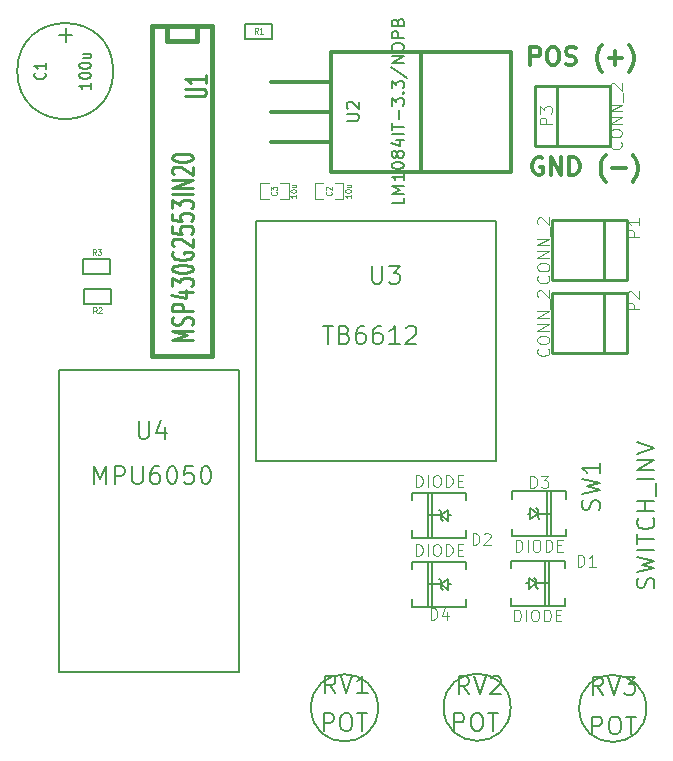
<source format=gto>
G04 (created by PCBNEW (2013-07-07 BZR 4022)-stable) date 10/18/2013 11:27:31 AM*
%MOIN*%
G04 Gerber Fmt 3.4, Leading zero omitted, Abs format*
%FSLAX34Y34*%
G01*
G70*
G90*
G04 APERTURE LIST*
%ADD10C,0.00590551*%
%ADD11C,0.011811*%
%ADD12C,0.012*%
%ADD13C,0.0047*%
%ADD14C,0.005*%
%ADD15C,0.01*%
%ADD16C,0.015*%
%ADD17C,0.008*%
%ADD18C,0.0045*%
%ADD19C,0.0035*%
%ADD20C,0.01125*%
G04 APERTURE END LIST*
G54D10*
G54D11*
X96205Y-37076D02*
X96149Y-37048D01*
X96065Y-37048D01*
X95980Y-37076D01*
X95924Y-37132D01*
X95896Y-37189D01*
X95868Y-37301D01*
X95868Y-37385D01*
X95896Y-37498D01*
X95924Y-37554D01*
X95980Y-37610D01*
X96065Y-37639D01*
X96121Y-37639D01*
X96205Y-37610D01*
X96233Y-37582D01*
X96233Y-37385D01*
X96121Y-37385D01*
X96487Y-37639D02*
X96487Y-37048D01*
X96824Y-37639D01*
X96824Y-37048D01*
X97105Y-37639D02*
X97105Y-37048D01*
X97246Y-37048D01*
X97330Y-37076D01*
X97386Y-37132D01*
X97415Y-37189D01*
X97443Y-37301D01*
X97443Y-37385D01*
X97415Y-37498D01*
X97386Y-37554D01*
X97330Y-37610D01*
X97246Y-37639D01*
X97105Y-37639D01*
X98314Y-37864D02*
X98286Y-37835D01*
X98230Y-37751D01*
X98202Y-37695D01*
X98174Y-37610D01*
X98146Y-37470D01*
X98146Y-37357D01*
X98174Y-37217D01*
X98202Y-37132D01*
X98230Y-37076D01*
X98286Y-36992D01*
X98314Y-36964D01*
X98539Y-37414D02*
X98989Y-37414D01*
X99214Y-37864D02*
X99242Y-37835D01*
X99299Y-37751D01*
X99327Y-37695D01*
X99355Y-37610D01*
X99383Y-37470D01*
X99383Y-37357D01*
X99355Y-37217D01*
X99327Y-37132D01*
X99299Y-37076D01*
X99242Y-36992D01*
X99214Y-36964D01*
X95800Y-33969D02*
X95800Y-33378D01*
X96025Y-33378D01*
X96081Y-33406D01*
X96109Y-33434D01*
X96137Y-33490D01*
X96137Y-33575D01*
X96109Y-33631D01*
X96081Y-33659D01*
X96025Y-33687D01*
X95800Y-33687D01*
X96503Y-33378D02*
X96616Y-33378D01*
X96672Y-33406D01*
X96728Y-33462D01*
X96756Y-33575D01*
X96756Y-33772D01*
X96728Y-33884D01*
X96672Y-33940D01*
X96616Y-33969D01*
X96503Y-33969D01*
X96447Y-33940D01*
X96391Y-33884D01*
X96362Y-33772D01*
X96362Y-33575D01*
X96391Y-33462D01*
X96447Y-33406D01*
X96503Y-33378D01*
X96981Y-33940D02*
X97065Y-33969D01*
X97206Y-33969D01*
X97262Y-33940D01*
X97290Y-33912D01*
X97319Y-33856D01*
X97319Y-33800D01*
X97290Y-33744D01*
X97262Y-33715D01*
X97206Y-33687D01*
X97094Y-33659D01*
X97037Y-33631D01*
X97009Y-33603D01*
X96981Y-33547D01*
X96981Y-33490D01*
X97009Y-33434D01*
X97037Y-33406D01*
X97094Y-33378D01*
X97234Y-33378D01*
X97319Y-33406D01*
X98190Y-34194D02*
X98162Y-34165D01*
X98106Y-34081D01*
X98078Y-34025D01*
X98050Y-33940D01*
X98022Y-33800D01*
X98022Y-33687D01*
X98050Y-33547D01*
X98078Y-33462D01*
X98106Y-33406D01*
X98162Y-33322D01*
X98190Y-33294D01*
X98415Y-33744D02*
X98865Y-33744D01*
X98640Y-33969D02*
X98640Y-33519D01*
X99090Y-34194D02*
X99118Y-34165D01*
X99175Y-34081D01*
X99203Y-34025D01*
X99231Y-33940D01*
X99259Y-33800D01*
X99259Y-33687D01*
X99231Y-33547D01*
X99203Y-33462D01*
X99175Y-33406D01*
X99118Y-33322D01*
X99090Y-33294D01*
G54D10*
X94675Y-47175D02*
X86675Y-47175D01*
X94675Y-39175D02*
X94675Y-47175D01*
X86675Y-39175D02*
X86675Y-47175D01*
X86675Y-39175D02*
X94675Y-39175D01*
X80100Y-44150D02*
X86100Y-44150D01*
X86100Y-44150D02*
X86100Y-54200D01*
X86100Y-54200D02*
X80100Y-54200D01*
X80100Y-54200D02*
X80100Y-44150D01*
G54D12*
X87175Y-34525D02*
X89175Y-34525D01*
X87175Y-35525D02*
X89175Y-35525D01*
X87175Y-36525D02*
X89175Y-36525D01*
X89175Y-37525D02*
X95175Y-37525D01*
X95175Y-37525D02*
X95175Y-33525D01*
X95175Y-33525D02*
X89175Y-33525D01*
X89175Y-33525D02*
X89175Y-37525D01*
X92175Y-37025D02*
X92175Y-33525D01*
X92175Y-37025D02*
X92175Y-37525D01*
G54D13*
X87078Y-37919D02*
X86803Y-37919D01*
X87472Y-37919D02*
X87747Y-37919D01*
X87078Y-38431D02*
X86803Y-38431D01*
X87747Y-38431D02*
X87472Y-38431D01*
X86803Y-38425D02*
X86803Y-37925D01*
X87747Y-37925D02*
X87747Y-38425D01*
X88903Y-37919D02*
X88628Y-37919D01*
X89297Y-37919D02*
X89572Y-37919D01*
X88903Y-38431D02*
X88628Y-38431D01*
X89572Y-38431D02*
X89297Y-38431D01*
X88628Y-38425D02*
X88628Y-37925D01*
X89572Y-37925D02*
X89572Y-38425D01*
G54D14*
X87200Y-33100D02*
X86300Y-33100D01*
X86300Y-33100D02*
X86300Y-32600D01*
X86300Y-32600D02*
X87200Y-32600D01*
X87200Y-32600D02*
X87200Y-33100D01*
X81825Y-41925D02*
X80925Y-41925D01*
X80925Y-41925D02*
X80925Y-41425D01*
X80925Y-41425D02*
X81825Y-41425D01*
X81825Y-41425D02*
X81825Y-41925D01*
X81800Y-40925D02*
X80900Y-40925D01*
X80900Y-40925D02*
X80900Y-40425D01*
X80900Y-40425D02*
X81800Y-40425D01*
X81800Y-40425D02*
X81800Y-40925D01*
G54D10*
X99668Y-55420D02*
G75*
G03X99668Y-55420I-1118J0D01*
G74*
G01*
X95148Y-55380D02*
G75*
G03X95148Y-55380I-1118J0D01*
G74*
G01*
X90728Y-55400D02*
G75*
G03X90728Y-55400I-1118J0D01*
G74*
G01*
G54D15*
X98275Y-41150D02*
X98275Y-39150D01*
X96525Y-41150D02*
X96525Y-39150D01*
X99025Y-39150D02*
X99025Y-41150D01*
X99025Y-39150D02*
X96525Y-39150D01*
X99025Y-41150D02*
X96525Y-41150D01*
X98275Y-43575D02*
X98275Y-41575D01*
X96525Y-43575D02*
X96525Y-41575D01*
X99025Y-41575D02*
X99025Y-43575D01*
X99025Y-41575D02*
X96525Y-41575D01*
X99025Y-43575D02*
X96525Y-43575D01*
X96700Y-34680D02*
X96700Y-36680D01*
X98450Y-34680D02*
X98450Y-36680D01*
X95950Y-36680D02*
X95950Y-34680D01*
X95950Y-36680D02*
X98450Y-36680D01*
X95950Y-34680D02*
X98450Y-34680D01*
G54D14*
X93070Y-48980D02*
X93150Y-48980D01*
X93670Y-49730D02*
X91870Y-49730D01*
X91870Y-49730D02*
X91870Y-49480D01*
X92510Y-48230D02*
X92510Y-49730D01*
X92380Y-48230D02*
X92380Y-49730D01*
X93670Y-48480D02*
X93670Y-48230D01*
X93670Y-48230D02*
X91870Y-48230D01*
X91870Y-48230D02*
X91870Y-48480D01*
X93670Y-49480D02*
X93670Y-49730D01*
X92820Y-48980D02*
X93070Y-49167D01*
X93070Y-49167D02*
X93070Y-48980D01*
X93070Y-48980D02*
X93070Y-48793D01*
X93070Y-48793D02*
X92820Y-48980D01*
X92820Y-48980D02*
X92820Y-49105D01*
X92820Y-49105D02*
X92882Y-49167D01*
X92820Y-48980D02*
X92820Y-48855D01*
X92820Y-48855D02*
X92758Y-48793D01*
X92820Y-48980D02*
X92383Y-48980D01*
X95745Y-51255D02*
X95665Y-51255D01*
X95145Y-50505D02*
X96945Y-50505D01*
X96945Y-50505D02*
X96945Y-50755D01*
X96305Y-52005D02*
X96305Y-50505D01*
X96435Y-52005D02*
X96435Y-50505D01*
X95145Y-51755D02*
X95145Y-52005D01*
X95145Y-52005D02*
X96945Y-52005D01*
X96945Y-52005D02*
X96945Y-51755D01*
X95145Y-50755D02*
X95145Y-50505D01*
X95995Y-51255D02*
X95745Y-51068D01*
X95745Y-51068D02*
X95745Y-51255D01*
X95745Y-51255D02*
X95745Y-51442D01*
X95745Y-51442D02*
X95995Y-51255D01*
X95995Y-51255D02*
X95995Y-51130D01*
X95995Y-51130D02*
X95933Y-51068D01*
X95995Y-51255D02*
X95995Y-51380D01*
X95995Y-51380D02*
X96057Y-51442D01*
X95995Y-51255D02*
X96432Y-51255D01*
X93070Y-51280D02*
X93150Y-51280D01*
X93670Y-52030D02*
X91870Y-52030D01*
X91870Y-52030D02*
X91870Y-51780D01*
X92510Y-50530D02*
X92510Y-52030D01*
X92380Y-50530D02*
X92380Y-52030D01*
X93670Y-50780D02*
X93670Y-50530D01*
X93670Y-50530D02*
X91870Y-50530D01*
X91870Y-50530D02*
X91870Y-50780D01*
X93670Y-51780D02*
X93670Y-52030D01*
X92820Y-51280D02*
X93070Y-51467D01*
X93070Y-51467D02*
X93070Y-51280D01*
X93070Y-51280D02*
X93070Y-51093D01*
X93070Y-51093D02*
X92820Y-51280D01*
X92820Y-51280D02*
X92820Y-51405D01*
X92820Y-51405D02*
X92882Y-51467D01*
X92820Y-51280D02*
X92820Y-51155D01*
X92820Y-51155D02*
X92758Y-51093D01*
X92820Y-51280D02*
X92383Y-51280D01*
X95795Y-48930D02*
X95715Y-48930D01*
X95195Y-48180D02*
X96995Y-48180D01*
X96995Y-48180D02*
X96995Y-48430D01*
X96355Y-49680D02*
X96355Y-48180D01*
X96485Y-49680D02*
X96485Y-48180D01*
X95195Y-49430D02*
X95195Y-49680D01*
X95195Y-49680D02*
X96995Y-49680D01*
X96995Y-49680D02*
X96995Y-49430D01*
X95195Y-48430D02*
X95195Y-48180D01*
X96045Y-48930D02*
X95795Y-48743D01*
X95795Y-48743D02*
X95795Y-48930D01*
X95795Y-48930D02*
X95795Y-49117D01*
X95795Y-49117D02*
X96045Y-48930D01*
X96045Y-48930D02*
X96045Y-48805D01*
X96045Y-48805D02*
X95983Y-48743D01*
X96045Y-48930D02*
X96045Y-49055D01*
X96045Y-49055D02*
X96107Y-49117D01*
X96045Y-48930D02*
X96482Y-48930D01*
G54D16*
X84700Y-32675D02*
X84700Y-33175D01*
X84700Y-33175D02*
X83700Y-33175D01*
X83700Y-33175D02*
X83700Y-32675D01*
X85200Y-32675D02*
X85200Y-43675D01*
X85200Y-43675D02*
X83200Y-43675D01*
X83200Y-43675D02*
X83200Y-32675D01*
X83200Y-32675D02*
X85200Y-32675D01*
G54D17*
X81900Y-34175D02*
G75*
G03X81900Y-34175I-1600J0D01*
G74*
G01*
G54D10*
X98080Y-48807D02*
X98109Y-48723D01*
X98109Y-48582D01*
X98080Y-48526D01*
X98052Y-48498D01*
X97996Y-48469D01*
X97940Y-48469D01*
X97884Y-48498D01*
X97855Y-48526D01*
X97827Y-48582D01*
X97799Y-48694D01*
X97771Y-48751D01*
X97743Y-48779D01*
X97687Y-48807D01*
X97630Y-48807D01*
X97574Y-48779D01*
X97546Y-48751D01*
X97518Y-48694D01*
X97518Y-48554D01*
X97546Y-48469D01*
X97518Y-48273D02*
X98109Y-48132D01*
X97687Y-48020D01*
X98109Y-47907D01*
X97518Y-47766D01*
X98109Y-47232D02*
X98109Y-47570D01*
X98109Y-47401D02*
X97518Y-47401D01*
X97602Y-47457D01*
X97659Y-47513D01*
X97687Y-47570D01*
X99910Y-51414D02*
X99939Y-51330D01*
X99939Y-51189D01*
X99910Y-51133D01*
X99882Y-51105D01*
X99826Y-51076D01*
X99770Y-51076D01*
X99714Y-51105D01*
X99685Y-51133D01*
X99657Y-51189D01*
X99629Y-51301D01*
X99601Y-51358D01*
X99573Y-51386D01*
X99517Y-51414D01*
X99460Y-51414D01*
X99404Y-51386D01*
X99376Y-51358D01*
X99348Y-51301D01*
X99348Y-51161D01*
X99376Y-51076D01*
X99348Y-50880D02*
X99939Y-50739D01*
X99517Y-50626D01*
X99939Y-50514D01*
X99348Y-50373D01*
X99939Y-50148D02*
X99348Y-50148D01*
X99348Y-49952D02*
X99348Y-49614D01*
X99939Y-49783D02*
X99348Y-49783D01*
X99882Y-49080D02*
X99910Y-49108D01*
X99939Y-49192D01*
X99939Y-49249D01*
X99910Y-49333D01*
X99854Y-49389D01*
X99798Y-49417D01*
X99685Y-49445D01*
X99601Y-49445D01*
X99489Y-49417D01*
X99432Y-49389D01*
X99376Y-49333D01*
X99348Y-49249D01*
X99348Y-49192D01*
X99376Y-49108D01*
X99404Y-49080D01*
X99939Y-48827D02*
X99348Y-48827D01*
X99629Y-48827D02*
X99629Y-48489D01*
X99939Y-48489D02*
X99348Y-48489D01*
X99995Y-48349D02*
X99995Y-47899D01*
X99939Y-47758D02*
X99348Y-47758D01*
X99939Y-47477D02*
X99348Y-47477D01*
X99939Y-47139D01*
X99348Y-47139D01*
X99348Y-46943D02*
X99939Y-46746D01*
X99348Y-46549D01*
X90525Y-40673D02*
X90525Y-41151D01*
X90553Y-41207D01*
X90581Y-41235D01*
X90637Y-41264D01*
X90750Y-41264D01*
X90806Y-41235D01*
X90834Y-41207D01*
X90862Y-41151D01*
X90862Y-40673D01*
X91087Y-40673D02*
X91453Y-40673D01*
X91256Y-40898D01*
X91340Y-40898D01*
X91396Y-40926D01*
X91424Y-40954D01*
X91453Y-41010D01*
X91453Y-41151D01*
X91424Y-41207D01*
X91396Y-41235D01*
X91340Y-41264D01*
X91171Y-41264D01*
X91115Y-41235D01*
X91087Y-41207D01*
X88886Y-42673D02*
X89223Y-42673D01*
X89054Y-43264D02*
X89054Y-42673D01*
X89617Y-42954D02*
X89701Y-42982D01*
X89729Y-43010D01*
X89757Y-43067D01*
X89757Y-43151D01*
X89729Y-43207D01*
X89701Y-43235D01*
X89645Y-43264D01*
X89420Y-43264D01*
X89420Y-42673D01*
X89617Y-42673D01*
X89673Y-42701D01*
X89701Y-42729D01*
X89729Y-42785D01*
X89729Y-42842D01*
X89701Y-42898D01*
X89673Y-42926D01*
X89617Y-42954D01*
X89420Y-42954D01*
X90264Y-42673D02*
X90151Y-42673D01*
X90095Y-42701D01*
X90067Y-42729D01*
X90010Y-42814D01*
X89982Y-42926D01*
X89982Y-43151D01*
X90010Y-43207D01*
X90039Y-43235D01*
X90095Y-43264D01*
X90207Y-43264D01*
X90264Y-43235D01*
X90292Y-43207D01*
X90320Y-43151D01*
X90320Y-43010D01*
X90292Y-42954D01*
X90264Y-42926D01*
X90207Y-42898D01*
X90095Y-42898D01*
X90039Y-42926D01*
X90010Y-42954D01*
X89982Y-43010D01*
X90826Y-42673D02*
X90714Y-42673D01*
X90657Y-42701D01*
X90629Y-42729D01*
X90573Y-42814D01*
X90545Y-42926D01*
X90545Y-43151D01*
X90573Y-43207D01*
X90601Y-43235D01*
X90657Y-43264D01*
X90770Y-43264D01*
X90826Y-43235D01*
X90854Y-43207D01*
X90882Y-43151D01*
X90882Y-43010D01*
X90854Y-42954D01*
X90826Y-42926D01*
X90770Y-42898D01*
X90657Y-42898D01*
X90601Y-42926D01*
X90573Y-42954D01*
X90545Y-43010D01*
X91445Y-43264D02*
X91107Y-43264D01*
X91276Y-43264D02*
X91276Y-42673D01*
X91220Y-42757D01*
X91163Y-42814D01*
X91107Y-42842D01*
X91670Y-42729D02*
X91698Y-42701D01*
X91754Y-42673D01*
X91895Y-42673D01*
X91951Y-42701D01*
X91979Y-42729D01*
X92007Y-42785D01*
X92007Y-42842D01*
X91979Y-42926D01*
X91642Y-43264D01*
X92007Y-43264D01*
X82750Y-45848D02*
X82750Y-46326D01*
X82778Y-46382D01*
X82806Y-46410D01*
X82862Y-46439D01*
X82975Y-46439D01*
X83031Y-46410D01*
X83059Y-46382D01*
X83087Y-46326D01*
X83087Y-45848D01*
X83621Y-46045D02*
X83621Y-46439D01*
X83481Y-45820D02*
X83340Y-46242D01*
X83706Y-46242D01*
X81273Y-47939D02*
X81273Y-47348D01*
X81470Y-47770D01*
X81667Y-47348D01*
X81667Y-47939D01*
X81948Y-47939D02*
X81948Y-47348D01*
X82173Y-47348D01*
X82229Y-47376D01*
X82257Y-47404D01*
X82286Y-47460D01*
X82286Y-47545D01*
X82257Y-47601D01*
X82229Y-47629D01*
X82173Y-47657D01*
X81948Y-47657D01*
X82539Y-47348D02*
X82539Y-47826D01*
X82567Y-47882D01*
X82595Y-47910D01*
X82651Y-47939D01*
X82764Y-47939D01*
X82820Y-47910D01*
X82848Y-47882D01*
X82876Y-47826D01*
X82876Y-47348D01*
X83410Y-47348D02*
X83298Y-47348D01*
X83242Y-47376D01*
X83214Y-47404D01*
X83157Y-47489D01*
X83129Y-47601D01*
X83129Y-47826D01*
X83157Y-47882D01*
X83185Y-47910D01*
X83242Y-47939D01*
X83354Y-47939D01*
X83410Y-47910D01*
X83439Y-47882D01*
X83467Y-47826D01*
X83467Y-47685D01*
X83439Y-47629D01*
X83410Y-47601D01*
X83354Y-47573D01*
X83242Y-47573D01*
X83185Y-47601D01*
X83157Y-47629D01*
X83129Y-47685D01*
X83832Y-47348D02*
X83888Y-47348D01*
X83945Y-47376D01*
X83973Y-47404D01*
X84001Y-47460D01*
X84029Y-47573D01*
X84029Y-47714D01*
X84001Y-47826D01*
X83973Y-47882D01*
X83945Y-47910D01*
X83888Y-47939D01*
X83832Y-47939D01*
X83776Y-47910D01*
X83748Y-47882D01*
X83720Y-47826D01*
X83692Y-47714D01*
X83692Y-47573D01*
X83720Y-47460D01*
X83748Y-47404D01*
X83776Y-47376D01*
X83832Y-47348D01*
X84563Y-47348D02*
X84282Y-47348D01*
X84254Y-47629D01*
X84282Y-47601D01*
X84338Y-47573D01*
X84479Y-47573D01*
X84535Y-47601D01*
X84563Y-47629D01*
X84592Y-47685D01*
X84592Y-47826D01*
X84563Y-47882D01*
X84535Y-47910D01*
X84479Y-47939D01*
X84338Y-47939D01*
X84282Y-47910D01*
X84254Y-47882D01*
X84957Y-47348D02*
X85013Y-47348D01*
X85070Y-47376D01*
X85098Y-47404D01*
X85126Y-47460D01*
X85154Y-47573D01*
X85154Y-47714D01*
X85126Y-47826D01*
X85098Y-47882D01*
X85070Y-47910D01*
X85013Y-47939D01*
X84957Y-47939D01*
X84901Y-47910D01*
X84873Y-47882D01*
X84845Y-47826D01*
X84816Y-47714D01*
X84816Y-47573D01*
X84845Y-47460D01*
X84873Y-47404D01*
X84901Y-47376D01*
X84957Y-47348D01*
G54D17*
X89686Y-35829D02*
X90010Y-35829D01*
X90048Y-35810D01*
X90067Y-35791D01*
X90086Y-35753D01*
X90086Y-35677D01*
X90067Y-35639D01*
X90048Y-35620D01*
X90010Y-35601D01*
X89686Y-35601D01*
X89725Y-35429D02*
X89705Y-35410D01*
X89686Y-35372D01*
X89686Y-35277D01*
X89705Y-35239D01*
X89725Y-35220D01*
X89763Y-35201D01*
X89801Y-35201D01*
X89858Y-35220D01*
X90086Y-35448D01*
X90086Y-35201D01*
X91586Y-38391D02*
X91586Y-38582D01*
X91186Y-38582D01*
X91586Y-38258D02*
X91186Y-38258D01*
X91472Y-38125D01*
X91186Y-37991D01*
X91586Y-37991D01*
X91586Y-37591D02*
X91586Y-37820D01*
X91586Y-37705D02*
X91186Y-37705D01*
X91244Y-37744D01*
X91282Y-37782D01*
X91301Y-37820D01*
X91186Y-37344D02*
X91186Y-37305D01*
X91205Y-37267D01*
X91225Y-37248D01*
X91263Y-37229D01*
X91339Y-37210D01*
X91434Y-37210D01*
X91510Y-37229D01*
X91548Y-37248D01*
X91567Y-37267D01*
X91586Y-37305D01*
X91586Y-37344D01*
X91567Y-37382D01*
X91548Y-37401D01*
X91510Y-37420D01*
X91434Y-37439D01*
X91339Y-37439D01*
X91263Y-37420D01*
X91225Y-37401D01*
X91205Y-37382D01*
X91186Y-37344D01*
X91358Y-36982D02*
X91339Y-37020D01*
X91320Y-37039D01*
X91282Y-37058D01*
X91263Y-37058D01*
X91225Y-37039D01*
X91205Y-37020D01*
X91186Y-36982D01*
X91186Y-36905D01*
X91205Y-36867D01*
X91225Y-36848D01*
X91263Y-36829D01*
X91282Y-36829D01*
X91320Y-36848D01*
X91339Y-36867D01*
X91358Y-36905D01*
X91358Y-36982D01*
X91377Y-37020D01*
X91396Y-37039D01*
X91434Y-37058D01*
X91510Y-37058D01*
X91548Y-37039D01*
X91567Y-37020D01*
X91586Y-36982D01*
X91586Y-36905D01*
X91567Y-36867D01*
X91548Y-36848D01*
X91510Y-36829D01*
X91434Y-36829D01*
X91396Y-36848D01*
X91377Y-36867D01*
X91358Y-36905D01*
X91320Y-36486D02*
X91586Y-36486D01*
X91167Y-36582D02*
X91453Y-36677D01*
X91453Y-36429D01*
X91586Y-36277D02*
X91186Y-36277D01*
X91186Y-36144D02*
X91186Y-35915D01*
X91586Y-36029D02*
X91186Y-36029D01*
X91434Y-35782D02*
X91434Y-35477D01*
X91186Y-35325D02*
X91186Y-35077D01*
X91339Y-35210D01*
X91339Y-35153D01*
X91358Y-35115D01*
X91377Y-35096D01*
X91415Y-35077D01*
X91510Y-35077D01*
X91548Y-35096D01*
X91567Y-35115D01*
X91586Y-35153D01*
X91586Y-35267D01*
X91567Y-35305D01*
X91548Y-35325D01*
X91548Y-34905D02*
X91567Y-34886D01*
X91586Y-34905D01*
X91567Y-34925D01*
X91548Y-34905D01*
X91586Y-34905D01*
X91186Y-34753D02*
X91186Y-34505D01*
X91339Y-34639D01*
X91339Y-34582D01*
X91358Y-34544D01*
X91377Y-34525D01*
X91415Y-34505D01*
X91510Y-34505D01*
X91548Y-34525D01*
X91567Y-34544D01*
X91586Y-34582D01*
X91586Y-34696D01*
X91567Y-34734D01*
X91548Y-34753D01*
X91167Y-34048D02*
X91682Y-34391D01*
X91586Y-33915D02*
X91186Y-33915D01*
X91586Y-33686D01*
X91186Y-33686D01*
X91186Y-33420D02*
X91186Y-33344D01*
X91205Y-33305D01*
X91244Y-33267D01*
X91320Y-33248D01*
X91453Y-33248D01*
X91529Y-33267D01*
X91567Y-33305D01*
X91586Y-33344D01*
X91586Y-33420D01*
X91567Y-33458D01*
X91529Y-33496D01*
X91453Y-33515D01*
X91320Y-33515D01*
X91244Y-33496D01*
X91205Y-33458D01*
X91186Y-33420D01*
X91586Y-33077D02*
X91186Y-33077D01*
X91186Y-32925D01*
X91205Y-32886D01*
X91225Y-32867D01*
X91263Y-32848D01*
X91320Y-32848D01*
X91358Y-32867D01*
X91377Y-32886D01*
X91396Y-32925D01*
X91396Y-33077D01*
X91377Y-32544D02*
X91396Y-32486D01*
X91415Y-32467D01*
X91453Y-32448D01*
X91510Y-32448D01*
X91548Y-32467D01*
X91567Y-32486D01*
X91586Y-32525D01*
X91586Y-32677D01*
X91186Y-32677D01*
X91186Y-32544D01*
X91205Y-32505D01*
X91225Y-32486D01*
X91263Y-32467D01*
X91301Y-32467D01*
X91339Y-32486D01*
X91358Y-32505D01*
X91377Y-32544D01*
X91377Y-32677D01*
G54D18*
X87336Y-38205D02*
X87346Y-38213D01*
X87355Y-38239D01*
X87355Y-38256D01*
X87346Y-38282D01*
X87327Y-38299D01*
X87308Y-38307D01*
X87270Y-38316D01*
X87241Y-38316D01*
X87203Y-38307D01*
X87184Y-38299D01*
X87165Y-38282D01*
X87155Y-38256D01*
X87155Y-38239D01*
X87165Y-38213D01*
X87175Y-38205D01*
X87155Y-38145D02*
X87155Y-38033D01*
X87232Y-38093D01*
X87232Y-38067D01*
X87241Y-38050D01*
X87251Y-38042D01*
X87270Y-38033D01*
X87317Y-38033D01*
X87336Y-38042D01*
X87346Y-38050D01*
X87355Y-38067D01*
X87355Y-38119D01*
X87346Y-38136D01*
X87336Y-38145D01*
X88005Y-38290D02*
X88005Y-38393D01*
X88005Y-38342D02*
X87805Y-38342D01*
X87834Y-38359D01*
X87853Y-38376D01*
X87863Y-38393D01*
X87805Y-38179D02*
X87805Y-38162D01*
X87815Y-38144D01*
X87825Y-38136D01*
X87844Y-38127D01*
X87882Y-38119D01*
X87929Y-38119D01*
X87967Y-38127D01*
X87986Y-38136D01*
X87996Y-38144D01*
X88005Y-38162D01*
X88005Y-38179D01*
X87996Y-38196D01*
X87986Y-38204D01*
X87967Y-38213D01*
X87929Y-38222D01*
X87882Y-38222D01*
X87844Y-38213D01*
X87825Y-38204D01*
X87815Y-38196D01*
X87805Y-38179D01*
X87872Y-37964D02*
X88005Y-37964D01*
X87872Y-38042D02*
X87977Y-38042D01*
X87996Y-38033D01*
X88005Y-38016D01*
X88005Y-37990D01*
X87996Y-37973D01*
X87986Y-37964D01*
X89161Y-38205D02*
X89171Y-38213D01*
X89180Y-38239D01*
X89180Y-38256D01*
X89171Y-38282D01*
X89152Y-38299D01*
X89133Y-38307D01*
X89095Y-38316D01*
X89066Y-38316D01*
X89028Y-38307D01*
X89009Y-38299D01*
X88990Y-38282D01*
X88980Y-38256D01*
X88980Y-38239D01*
X88990Y-38213D01*
X89000Y-38205D01*
X89000Y-38136D02*
X88990Y-38127D01*
X88980Y-38110D01*
X88980Y-38067D01*
X88990Y-38050D01*
X89000Y-38042D01*
X89019Y-38033D01*
X89038Y-38033D01*
X89066Y-38042D01*
X89180Y-38145D01*
X89180Y-38033D01*
X89830Y-38290D02*
X89830Y-38393D01*
X89830Y-38342D02*
X89630Y-38342D01*
X89659Y-38359D01*
X89678Y-38376D01*
X89688Y-38393D01*
X89630Y-38179D02*
X89630Y-38162D01*
X89640Y-38144D01*
X89650Y-38136D01*
X89669Y-38127D01*
X89707Y-38119D01*
X89754Y-38119D01*
X89792Y-38127D01*
X89811Y-38136D01*
X89821Y-38144D01*
X89830Y-38162D01*
X89830Y-38179D01*
X89821Y-38196D01*
X89811Y-38204D01*
X89792Y-38213D01*
X89754Y-38222D01*
X89707Y-38222D01*
X89669Y-38213D01*
X89650Y-38204D01*
X89640Y-38196D01*
X89630Y-38179D01*
X89697Y-37964D02*
X89830Y-37964D01*
X89697Y-38042D02*
X89802Y-38042D01*
X89821Y-38033D01*
X89830Y-38016D01*
X89830Y-37990D01*
X89821Y-37973D01*
X89811Y-37964D01*
X86720Y-32930D02*
X86660Y-32835D01*
X86617Y-32930D02*
X86617Y-32730D01*
X86685Y-32730D01*
X86702Y-32740D01*
X86711Y-32750D01*
X86720Y-32769D01*
X86720Y-32797D01*
X86711Y-32816D01*
X86702Y-32826D01*
X86685Y-32835D01*
X86617Y-32835D01*
X86891Y-32930D02*
X86788Y-32930D01*
X86840Y-32930D02*
X86840Y-32730D01*
X86822Y-32759D01*
X86805Y-32778D01*
X86788Y-32788D01*
X81345Y-42255D02*
X81285Y-42160D01*
X81242Y-42255D02*
X81242Y-42055D01*
X81310Y-42055D01*
X81327Y-42065D01*
X81336Y-42075D01*
X81345Y-42094D01*
X81345Y-42122D01*
X81336Y-42141D01*
X81327Y-42151D01*
X81310Y-42160D01*
X81242Y-42160D01*
X81413Y-42075D02*
X81422Y-42065D01*
X81439Y-42055D01*
X81482Y-42055D01*
X81499Y-42065D01*
X81507Y-42075D01*
X81516Y-42094D01*
X81516Y-42113D01*
X81507Y-42141D01*
X81405Y-42255D01*
X81516Y-42255D01*
X81320Y-40305D02*
X81260Y-40210D01*
X81217Y-40305D02*
X81217Y-40105D01*
X81285Y-40105D01*
X81302Y-40115D01*
X81311Y-40125D01*
X81320Y-40144D01*
X81320Y-40172D01*
X81311Y-40191D01*
X81302Y-40201D01*
X81285Y-40210D01*
X81217Y-40210D01*
X81380Y-40105D02*
X81491Y-40105D01*
X81431Y-40182D01*
X81457Y-40182D01*
X81474Y-40191D01*
X81482Y-40201D01*
X81491Y-40220D01*
X81491Y-40267D01*
X81482Y-40286D01*
X81474Y-40296D01*
X81457Y-40305D01*
X81405Y-40305D01*
X81388Y-40296D01*
X81380Y-40286D01*
G54D10*
X98223Y-54959D02*
X98026Y-54677D01*
X97886Y-54959D02*
X97886Y-54368D01*
X98110Y-54368D01*
X98167Y-54396D01*
X98195Y-54424D01*
X98223Y-54480D01*
X98223Y-54565D01*
X98195Y-54621D01*
X98167Y-54649D01*
X98110Y-54677D01*
X97886Y-54677D01*
X98392Y-54368D02*
X98589Y-54959D01*
X98785Y-54368D01*
X98926Y-54368D02*
X99292Y-54368D01*
X99095Y-54593D01*
X99179Y-54593D01*
X99235Y-54621D01*
X99263Y-54649D01*
X99292Y-54705D01*
X99292Y-54846D01*
X99263Y-54902D01*
X99235Y-54930D01*
X99179Y-54959D01*
X99010Y-54959D01*
X98954Y-54930D01*
X98926Y-54902D01*
X97861Y-56284D02*
X97861Y-55693D01*
X98085Y-55693D01*
X98142Y-55721D01*
X98170Y-55749D01*
X98198Y-55805D01*
X98198Y-55890D01*
X98170Y-55946D01*
X98142Y-55974D01*
X98085Y-56002D01*
X97861Y-56002D01*
X98564Y-55693D02*
X98676Y-55693D01*
X98732Y-55721D01*
X98789Y-55777D01*
X98817Y-55890D01*
X98817Y-56087D01*
X98789Y-56199D01*
X98732Y-56255D01*
X98676Y-56284D01*
X98564Y-56284D01*
X98507Y-56255D01*
X98451Y-56199D01*
X98423Y-56087D01*
X98423Y-55890D01*
X98451Y-55777D01*
X98507Y-55721D01*
X98564Y-55693D01*
X98985Y-55693D02*
X99323Y-55693D01*
X99154Y-56284D02*
X99154Y-55693D01*
X93753Y-54944D02*
X93556Y-54662D01*
X93416Y-54944D02*
X93416Y-54353D01*
X93640Y-54353D01*
X93697Y-54381D01*
X93725Y-54409D01*
X93753Y-54465D01*
X93753Y-54550D01*
X93725Y-54606D01*
X93697Y-54634D01*
X93640Y-54662D01*
X93416Y-54662D01*
X93922Y-54353D02*
X94119Y-54944D01*
X94315Y-54353D01*
X94484Y-54409D02*
X94512Y-54381D01*
X94569Y-54353D01*
X94709Y-54353D01*
X94765Y-54381D01*
X94793Y-54409D01*
X94822Y-54465D01*
X94822Y-54522D01*
X94793Y-54606D01*
X94456Y-54944D01*
X94822Y-54944D01*
X93266Y-56169D02*
X93266Y-55578D01*
X93490Y-55578D01*
X93547Y-55606D01*
X93575Y-55634D01*
X93603Y-55690D01*
X93603Y-55775D01*
X93575Y-55831D01*
X93547Y-55859D01*
X93490Y-55887D01*
X93266Y-55887D01*
X93969Y-55578D02*
X94081Y-55578D01*
X94137Y-55606D01*
X94194Y-55662D01*
X94222Y-55775D01*
X94222Y-55972D01*
X94194Y-56084D01*
X94137Y-56140D01*
X94081Y-56169D01*
X93969Y-56169D01*
X93912Y-56140D01*
X93856Y-56084D01*
X93828Y-55972D01*
X93828Y-55775D01*
X93856Y-55662D01*
X93912Y-55606D01*
X93969Y-55578D01*
X94390Y-55578D02*
X94728Y-55578D01*
X94559Y-56169D02*
X94559Y-55578D01*
X89308Y-54914D02*
X89111Y-54632D01*
X88971Y-54914D02*
X88971Y-54323D01*
X89195Y-54323D01*
X89252Y-54351D01*
X89280Y-54379D01*
X89308Y-54435D01*
X89308Y-54520D01*
X89280Y-54576D01*
X89252Y-54604D01*
X89195Y-54632D01*
X88971Y-54632D01*
X89477Y-54323D02*
X89674Y-54914D01*
X89870Y-54323D01*
X90377Y-54914D02*
X90039Y-54914D01*
X90208Y-54914D02*
X90208Y-54323D01*
X90152Y-54407D01*
X90095Y-54464D01*
X90039Y-54492D01*
X88911Y-56174D02*
X88911Y-55583D01*
X89135Y-55583D01*
X89192Y-55611D01*
X89220Y-55639D01*
X89248Y-55695D01*
X89248Y-55780D01*
X89220Y-55836D01*
X89192Y-55864D01*
X89135Y-55892D01*
X88911Y-55892D01*
X89614Y-55583D02*
X89726Y-55583D01*
X89782Y-55611D01*
X89839Y-55667D01*
X89867Y-55780D01*
X89867Y-55977D01*
X89839Y-56089D01*
X89782Y-56145D01*
X89726Y-56174D01*
X89614Y-56174D01*
X89557Y-56145D01*
X89501Y-56089D01*
X89473Y-55977D01*
X89473Y-55780D01*
X89501Y-55667D01*
X89557Y-55611D01*
X89614Y-55583D01*
X90035Y-55583D02*
X90373Y-55583D01*
X90204Y-56174D02*
X90204Y-55583D01*
G54D19*
X99436Y-39695D02*
X99036Y-39695D01*
X99036Y-39542D01*
X99055Y-39504D01*
X99075Y-39485D01*
X99113Y-39466D01*
X99170Y-39466D01*
X99208Y-39485D01*
X99227Y-39504D01*
X99246Y-39542D01*
X99246Y-39695D01*
X99436Y-39085D02*
X99436Y-39314D01*
X99436Y-39199D02*
X99036Y-39199D01*
X99094Y-39238D01*
X99132Y-39276D01*
X99151Y-39314D01*
X96398Y-40997D02*
X96417Y-41016D01*
X96436Y-41073D01*
X96436Y-41111D01*
X96417Y-41169D01*
X96379Y-41207D01*
X96341Y-41226D01*
X96265Y-41245D01*
X96208Y-41245D01*
X96132Y-41226D01*
X96094Y-41207D01*
X96055Y-41169D01*
X96036Y-41111D01*
X96036Y-41073D01*
X96055Y-41016D01*
X96075Y-40997D01*
X96036Y-40749D02*
X96036Y-40673D01*
X96055Y-40635D01*
X96094Y-40597D01*
X96170Y-40578D01*
X96303Y-40578D01*
X96379Y-40597D01*
X96417Y-40635D01*
X96436Y-40673D01*
X96436Y-40749D01*
X96417Y-40788D01*
X96379Y-40826D01*
X96303Y-40845D01*
X96170Y-40845D01*
X96094Y-40826D01*
X96055Y-40788D01*
X96036Y-40749D01*
X96436Y-40407D02*
X96036Y-40407D01*
X96436Y-40178D01*
X96036Y-40178D01*
X96436Y-39988D02*
X96036Y-39988D01*
X96436Y-39759D01*
X96036Y-39759D01*
X96475Y-39664D02*
X96475Y-39359D01*
X96075Y-39283D02*
X96055Y-39264D01*
X96036Y-39226D01*
X96036Y-39130D01*
X96055Y-39092D01*
X96075Y-39073D01*
X96113Y-39054D01*
X96151Y-39054D01*
X96208Y-39073D01*
X96436Y-39302D01*
X96436Y-39054D01*
X99436Y-42120D02*
X99036Y-42120D01*
X99036Y-41967D01*
X99055Y-41929D01*
X99075Y-41910D01*
X99113Y-41891D01*
X99170Y-41891D01*
X99208Y-41910D01*
X99227Y-41929D01*
X99246Y-41967D01*
X99246Y-42120D01*
X99075Y-41739D02*
X99055Y-41720D01*
X99036Y-41682D01*
X99036Y-41586D01*
X99055Y-41548D01*
X99075Y-41529D01*
X99113Y-41510D01*
X99151Y-41510D01*
X99208Y-41529D01*
X99436Y-41758D01*
X99436Y-41510D01*
X96398Y-43422D02*
X96417Y-43441D01*
X96436Y-43498D01*
X96436Y-43536D01*
X96417Y-43594D01*
X96379Y-43632D01*
X96341Y-43651D01*
X96265Y-43670D01*
X96208Y-43670D01*
X96132Y-43651D01*
X96094Y-43632D01*
X96055Y-43594D01*
X96036Y-43536D01*
X96036Y-43498D01*
X96055Y-43441D01*
X96075Y-43422D01*
X96036Y-43174D02*
X96036Y-43098D01*
X96055Y-43060D01*
X96094Y-43022D01*
X96170Y-43003D01*
X96303Y-43003D01*
X96379Y-43022D01*
X96417Y-43060D01*
X96436Y-43098D01*
X96436Y-43174D01*
X96417Y-43213D01*
X96379Y-43251D01*
X96303Y-43270D01*
X96170Y-43270D01*
X96094Y-43251D01*
X96055Y-43213D01*
X96036Y-43174D01*
X96436Y-42832D02*
X96036Y-42832D01*
X96436Y-42603D01*
X96036Y-42603D01*
X96436Y-42413D02*
X96036Y-42413D01*
X96436Y-42184D01*
X96036Y-42184D01*
X96475Y-42089D02*
X96475Y-41784D01*
X96075Y-41708D02*
X96055Y-41689D01*
X96036Y-41651D01*
X96036Y-41555D01*
X96055Y-41517D01*
X96075Y-41498D01*
X96113Y-41479D01*
X96151Y-41479D01*
X96208Y-41498D01*
X96436Y-41727D01*
X96436Y-41479D01*
X96521Y-35955D02*
X96121Y-35955D01*
X96121Y-35802D01*
X96140Y-35764D01*
X96160Y-35745D01*
X96198Y-35726D01*
X96255Y-35726D01*
X96293Y-35745D01*
X96312Y-35764D01*
X96331Y-35802D01*
X96331Y-35955D01*
X96121Y-35593D02*
X96121Y-35345D01*
X96274Y-35479D01*
X96274Y-35421D01*
X96293Y-35383D01*
X96312Y-35364D01*
X96350Y-35345D01*
X96445Y-35345D01*
X96483Y-35364D01*
X96502Y-35383D01*
X96521Y-35421D01*
X96521Y-35536D01*
X96502Y-35574D01*
X96483Y-35593D01*
X98823Y-36527D02*
X98842Y-36546D01*
X98861Y-36603D01*
X98861Y-36641D01*
X98842Y-36699D01*
X98804Y-36737D01*
X98766Y-36756D01*
X98690Y-36775D01*
X98633Y-36775D01*
X98557Y-36756D01*
X98519Y-36737D01*
X98480Y-36699D01*
X98461Y-36641D01*
X98461Y-36603D01*
X98480Y-36546D01*
X98500Y-36527D01*
X98461Y-36279D02*
X98461Y-36203D01*
X98480Y-36165D01*
X98519Y-36127D01*
X98595Y-36108D01*
X98728Y-36108D01*
X98804Y-36127D01*
X98842Y-36165D01*
X98861Y-36203D01*
X98861Y-36279D01*
X98842Y-36318D01*
X98804Y-36356D01*
X98728Y-36375D01*
X98595Y-36375D01*
X98519Y-36356D01*
X98480Y-36318D01*
X98461Y-36279D01*
X98861Y-35937D02*
X98461Y-35937D01*
X98861Y-35708D01*
X98461Y-35708D01*
X98861Y-35518D02*
X98461Y-35518D01*
X98861Y-35289D01*
X98461Y-35289D01*
X98900Y-35194D02*
X98900Y-34889D01*
X98500Y-34813D02*
X98480Y-34794D01*
X98461Y-34756D01*
X98461Y-34660D01*
X98480Y-34622D01*
X98500Y-34603D01*
X98538Y-34584D01*
X98576Y-34584D01*
X98633Y-34603D01*
X98861Y-34832D01*
X98861Y-34584D01*
G54D13*
X93879Y-49964D02*
X93879Y-49570D01*
X93973Y-49570D01*
X94029Y-49589D01*
X94066Y-49626D01*
X94085Y-49664D01*
X94104Y-49739D01*
X94104Y-49795D01*
X94085Y-49870D01*
X94066Y-49908D01*
X94029Y-49945D01*
X93973Y-49964D01*
X93879Y-49964D01*
X94254Y-49608D02*
X94273Y-49589D01*
X94310Y-49570D01*
X94404Y-49570D01*
X94442Y-49589D01*
X94460Y-49608D01*
X94479Y-49645D01*
X94479Y-49683D01*
X94460Y-49739D01*
X94235Y-49964D01*
X94479Y-49964D01*
X91991Y-48037D02*
X91991Y-47643D01*
X92085Y-47643D01*
X92141Y-47662D01*
X92179Y-47699D01*
X92197Y-47737D01*
X92216Y-47812D01*
X92216Y-47868D01*
X92197Y-47943D01*
X92179Y-47981D01*
X92141Y-48018D01*
X92085Y-48037D01*
X91991Y-48037D01*
X92385Y-48037D02*
X92385Y-47643D01*
X92648Y-47643D02*
X92723Y-47643D01*
X92760Y-47662D01*
X92798Y-47699D01*
X92816Y-47774D01*
X92816Y-47906D01*
X92798Y-47981D01*
X92760Y-48018D01*
X92723Y-48037D01*
X92648Y-48037D01*
X92610Y-48018D01*
X92573Y-47981D01*
X92554Y-47906D01*
X92554Y-47774D01*
X92573Y-47699D01*
X92610Y-47662D01*
X92648Y-47643D01*
X92985Y-48037D02*
X92985Y-47643D01*
X93079Y-47643D01*
X93135Y-47662D01*
X93173Y-47699D01*
X93192Y-47737D01*
X93210Y-47812D01*
X93210Y-47868D01*
X93192Y-47943D01*
X93173Y-47981D01*
X93135Y-48018D01*
X93079Y-48037D01*
X92985Y-48037D01*
X93379Y-47831D02*
X93511Y-47831D01*
X93567Y-48037D02*
X93379Y-48037D01*
X93379Y-47643D01*
X93567Y-47643D01*
X97379Y-50689D02*
X97379Y-50295D01*
X97473Y-50295D01*
X97529Y-50314D01*
X97566Y-50351D01*
X97585Y-50389D01*
X97604Y-50464D01*
X97604Y-50520D01*
X97585Y-50595D01*
X97566Y-50633D01*
X97529Y-50670D01*
X97473Y-50689D01*
X97379Y-50689D01*
X97979Y-50689D02*
X97754Y-50689D01*
X97867Y-50689D02*
X97867Y-50295D01*
X97829Y-50351D01*
X97791Y-50389D01*
X97754Y-50408D01*
X95266Y-52516D02*
X95266Y-52122D01*
X95360Y-52122D01*
X95416Y-52141D01*
X95454Y-52178D01*
X95472Y-52216D01*
X95491Y-52291D01*
X95491Y-52347D01*
X95472Y-52422D01*
X95454Y-52460D01*
X95416Y-52497D01*
X95360Y-52516D01*
X95266Y-52516D01*
X95660Y-52516D02*
X95660Y-52122D01*
X95923Y-52122D02*
X95998Y-52122D01*
X96035Y-52141D01*
X96073Y-52178D01*
X96091Y-52253D01*
X96091Y-52385D01*
X96073Y-52460D01*
X96035Y-52497D01*
X95998Y-52516D01*
X95923Y-52516D01*
X95885Y-52497D01*
X95848Y-52460D01*
X95829Y-52385D01*
X95829Y-52253D01*
X95848Y-52178D01*
X95885Y-52141D01*
X95923Y-52122D01*
X96260Y-52516D02*
X96260Y-52122D01*
X96354Y-52122D01*
X96410Y-52141D01*
X96448Y-52178D01*
X96467Y-52216D01*
X96485Y-52291D01*
X96485Y-52347D01*
X96467Y-52422D01*
X96448Y-52460D01*
X96410Y-52497D01*
X96354Y-52516D01*
X96260Y-52516D01*
X96654Y-52310D02*
X96786Y-52310D01*
X96842Y-52516D02*
X96654Y-52516D01*
X96654Y-52122D01*
X96842Y-52122D01*
X92479Y-52463D02*
X92479Y-52069D01*
X92573Y-52069D01*
X92629Y-52088D01*
X92666Y-52125D01*
X92685Y-52163D01*
X92704Y-52238D01*
X92704Y-52294D01*
X92685Y-52369D01*
X92666Y-52407D01*
X92629Y-52444D01*
X92573Y-52463D01*
X92479Y-52463D01*
X93042Y-52200D02*
X93042Y-52463D01*
X92948Y-52050D02*
X92854Y-52332D01*
X93098Y-52332D01*
X91991Y-50337D02*
X91991Y-49943D01*
X92085Y-49943D01*
X92141Y-49962D01*
X92179Y-49999D01*
X92197Y-50037D01*
X92216Y-50112D01*
X92216Y-50168D01*
X92197Y-50243D01*
X92179Y-50281D01*
X92141Y-50318D01*
X92085Y-50337D01*
X91991Y-50337D01*
X92385Y-50337D02*
X92385Y-49943D01*
X92648Y-49943D02*
X92723Y-49943D01*
X92760Y-49962D01*
X92798Y-49999D01*
X92816Y-50074D01*
X92816Y-50206D01*
X92798Y-50281D01*
X92760Y-50318D01*
X92723Y-50337D01*
X92648Y-50337D01*
X92610Y-50318D01*
X92573Y-50281D01*
X92554Y-50206D01*
X92554Y-50074D01*
X92573Y-49999D01*
X92610Y-49962D01*
X92648Y-49943D01*
X92985Y-50337D02*
X92985Y-49943D01*
X93079Y-49943D01*
X93135Y-49962D01*
X93173Y-49999D01*
X93192Y-50037D01*
X93210Y-50112D01*
X93210Y-50168D01*
X93192Y-50243D01*
X93173Y-50281D01*
X93135Y-50318D01*
X93079Y-50337D01*
X92985Y-50337D01*
X93379Y-50131D02*
X93511Y-50131D01*
X93567Y-50337D02*
X93379Y-50337D01*
X93379Y-49943D01*
X93567Y-49943D01*
X95804Y-48065D02*
X95804Y-47671D01*
X95898Y-47671D01*
X95954Y-47690D01*
X95991Y-47727D01*
X96010Y-47765D01*
X96029Y-47840D01*
X96029Y-47896D01*
X96010Y-47971D01*
X95991Y-48009D01*
X95954Y-48046D01*
X95898Y-48065D01*
X95804Y-48065D01*
X96160Y-47671D02*
X96404Y-47671D01*
X96273Y-47821D01*
X96329Y-47821D01*
X96367Y-47840D01*
X96385Y-47859D01*
X96404Y-47896D01*
X96404Y-47990D01*
X96385Y-48027D01*
X96367Y-48046D01*
X96329Y-48065D01*
X96216Y-48065D01*
X96179Y-48046D01*
X96160Y-48027D01*
X95316Y-50191D02*
X95316Y-49797D01*
X95410Y-49797D01*
X95466Y-49816D01*
X95504Y-49853D01*
X95522Y-49891D01*
X95541Y-49966D01*
X95541Y-50022D01*
X95522Y-50097D01*
X95504Y-50135D01*
X95466Y-50172D01*
X95410Y-50191D01*
X95316Y-50191D01*
X95710Y-50191D02*
X95710Y-49797D01*
X95973Y-49797D02*
X96048Y-49797D01*
X96085Y-49816D01*
X96123Y-49853D01*
X96141Y-49928D01*
X96141Y-50060D01*
X96123Y-50135D01*
X96085Y-50172D01*
X96048Y-50191D01*
X95973Y-50191D01*
X95935Y-50172D01*
X95898Y-50135D01*
X95879Y-50060D01*
X95879Y-49928D01*
X95898Y-49853D01*
X95935Y-49816D01*
X95973Y-49797D01*
X96310Y-50191D02*
X96310Y-49797D01*
X96404Y-49797D01*
X96460Y-49816D01*
X96498Y-49853D01*
X96517Y-49891D01*
X96535Y-49966D01*
X96535Y-50022D01*
X96517Y-50097D01*
X96498Y-50135D01*
X96460Y-50172D01*
X96404Y-50191D01*
X96310Y-50191D01*
X96704Y-49985D02*
X96836Y-49985D01*
X96892Y-50191D02*
X96704Y-50191D01*
X96704Y-49797D01*
X96892Y-49797D01*
G54D20*
X84283Y-35017D02*
X84850Y-35017D01*
X84916Y-34996D01*
X84950Y-34975D01*
X84983Y-34932D01*
X84983Y-34846D01*
X84950Y-34803D01*
X84916Y-34782D01*
X84850Y-34760D01*
X84283Y-34760D01*
X84983Y-34310D02*
X84983Y-34567D01*
X84983Y-34439D02*
X84283Y-34439D01*
X84383Y-34482D01*
X84450Y-34525D01*
X84483Y-34567D01*
G54D12*
G54D20*
X84563Y-43125D02*
X83863Y-43125D01*
X84363Y-42975D01*
X83863Y-42825D01*
X84563Y-42825D01*
X84530Y-42632D02*
X84563Y-42568D01*
X84563Y-42461D01*
X84530Y-42418D01*
X84496Y-42397D01*
X84430Y-42375D01*
X84363Y-42375D01*
X84296Y-42397D01*
X84263Y-42418D01*
X84230Y-42461D01*
X84196Y-42547D01*
X84163Y-42589D01*
X84130Y-42611D01*
X84063Y-42632D01*
X83996Y-42632D01*
X83930Y-42611D01*
X83896Y-42589D01*
X83863Y-42547D01*
X83863Y-42439D01*
X83896Y-42375D01*
X84563Y-42182D02*
X83863Y-42182D01*
X83863Y-42011D01*
X83896Y-41968D01*
X83930Y-41947D01*
X83996Y-41925D01*
X84096Y-41925D01*
X84163Y-41947D01*
X84196Y-41968D01*
X84230Y-42011D01*
X84230Y-42182D01*
X84096Y-41539D02*
X84563Y-41539D01*
X83830Y-41647D02*
X84330Y-41754D01*
X84330Y-41475D01*
X83863Y-41347D02*
X83863Y-41068D01*
X84130Y-41218D01*
X84130Y-41154D01*
X84163Y-41111D01*
X84196Y-41089D01*
X84263Y-41068D01*
X84430Y-41068D01*
X84496Y-41089D01*
X84530Y-41111D01*
X84563Y-41154D01*
X84563Y-41282D01*
X84530Y-41325D01*
X84496Y-41347D01*
X83863Y-40789D02*
X83863Y-40747D01*
X83896Y-40704D01*
X83930Y-40682D01*
X83996Y-40661D01*
X84130Y-40639D01*
X84296Y-40639D01*
X84430Y-40661D01*
X84496Y-40682D01*
X84530Y-40704D01*
X84563Y-40747D01*
X84563Y-40789D01*
X84530Y-40832D01*
X84496Y-40854D01*
X84430Y-40875D01*
X84296Y-40897D01*
X84130Y-40897D01*
X83996Y-40875D01*
X83930Y-40854D01*
X83896Y-40832D01*
X83863Y-40789D01*
X83896Y-40211D02*
X83863Y-40254D01*
X83863Y-40318D01*
X83896Y-40382D01*
X83963Y-40425D01*
X84030Y-40447D01*
X84163Y-40468D01*
X84263Y-40468D01*
X84396Y-40447D01*
X84463Y-40425D01*
X84530Y-40382D01*
X84563Y-40318D01*
X84563Y-40275D01*
X84530Y-40211D01*
X84496Y-40189D01*
X84263Y-40189D01*
X84263Y-40275D01*
X83930Y-40018D02*
X83896Y-39997D01*
X83863Y-39954D01*
X83863Y-39847D01*
X83896Y-39804D01*
X83930Y-39782D01*
X83996Y-39761D01*
X84063Y-39761D01*
X84163Y-39782D01*
X84563Y-40039D01*
X84563Y-39761D01*
X83863Y-39354D02*
X83863Y-39568D01*
X84196Y-39590D01*
X84163Y-39568D01*
X84130Y-39525D01*
X84130Y-39418D01*
X84163Y-39375D01*
X84196Y-39354D01*
X84263Y-39332D01*
X84430Y-39332D01*
X84496Y-39354D01*
X84530Y-39375D01*
X84563Y-39418D01*
X84563Y-39525D01*
X84530Y-39568D01*
X84496Y-39590D01*
X83863Y-38925D02*
X83863Y-39140D01*
X84196Y-39161D01*
X84163Y-39140D01*
X84130Y-39097D01*
X84130Y-38990D01*
X84163Y-38947D01*
X84196Y-38925D01*
X84263Y-38904D01*
X84430Y-38904D01*
X84496Y-38925D01*
X84530Y-38947D01*
X84563Y-38990D01*
X84563Y-39097D01*
X84530Y-39140D01*
X84496Y-39161D01*
X83863Y-38754D02*
X83863Y-38475D01*
X84130Y-38625D01*
X84130Y-38561D01*
X84163Y-38518D01*
X84196Y-38497D01*
X84263Y-38475D01*
X84430Y-38475D01*
X84496Y-38497D01*
X84530Y-38518D01*
X84563Y-38561D01*
X84563Y-38690D01*
X84530Y-38732D01*
X84496Y-38754D01*
X84563Y-38282D02*
X83863Y-38282D01*
X84563Y-38068D02*
X83863Y-38068D01*
X84563Y-37811D01*
X83863Y-37811D01*
X83930Y-37618D02*
X83896Y-37597D01*
X83863Y-37554D01*
X83863Y-37447D01*
X83896Y-37404D01*
X83930Y-37382D01*
X83996Y-37361D01*
X84063Y-37361D01*
X84163Y-37382D01*
X84563Y-37640D01*
X84563Y-37361D01*
X83863Y-37082D02*
X83863Y-37040D01*
X83896Y-36997D01*
X83930Y-36975D01*
X83996Y-36954D01*
X84130Y-36932D01*
X84296Y-36932D01*
X84430Y-36954D01*
X84496Y-36975D01*
X84530Y-36997D01*
X84563Y-37040D01*
X84563Y-37082D01*
X84530Y-37125D01*
X84496Y-37147D01*
X84430Y-37168D01*
X84296Y-37190D01*
X84130Y-37190D01*
X83996Y-37168D01*
X83930Y-37147D01*
X83896Y-37125D01*
X83863Y-37082D01*
G54D12*
G54D17*
X79623Y-34233D02*
X79642Y-34250D01*
X79661Y-34300D01*
X79661Y-34333D01*
X79642Y-34383D01*
X79604Y-34416D01*
X79566Y-34433D01*
X79490Y-34450D01*
X79433Y-34450D01*
X79357Y-34433D01*
X79319Y-34416D01*
X79280Y-34383D01*
X79261Y-34333D01*
X79261Y-34300D01*
X79280Y-34250D01*
X79300Y-34233D01*
X79661Y-33900D02*
X79661Y-34100D01*
X79661Y-34000D02*
X79261Y-34000D01*
X79319Y-34033D01*
X79357Y-34066D01*
X79376Y-34100D01*
X81160Y-34566D02*
X81160Y-34766D01*
X81160Y-34666D02*
X80760Y-34666D01*
X80818Y-34700D01*
X80856Y-34733D01*
X80875Y-34766D01*
X80760Y-34350D02*
X80760Y-34316D01*
X80779Y-34283D01*
X80799Y-34266D01*
X80837Y-34250D01*
X80913Y-34233D01*
X81008Y-34233D01*
X81084Y-34250D01*
X81122Y-34266D01*
X81141Y-34283D01*
X81160Y-34316D01*
X81160Y-34350D01*
X81141Y-34383D01*
X81122Y-34400D01*
X81084Y-34416D01*
X81008Y-34433D01*
X80913Y-34433D01*
X80837Y-34416D01*
X80799Y-34400D01*
X80779Y-34383D01*
X80760Y-34350D01*
X80760Y-34016D02*
X80760Y-33983D01*
X80779Y-33950D01*
X80799Y-33933D01*
X80837Y-33916D01*
X80913Y-33900D01*
X81008Y-33900D01*
X81084Y-33916D01*
X81122Y-33933D01*
X81141Y-33950D01*
X81160Y-33983D01*
X81160Y-34016D01*
X81141Y-34050D01*
X81122Y-34066D01*
X81084Y-34083D01*
X81008Y-34100D01*
X80913Y-34100D01*
X80837Y-34083D01*
X80799Y-34066D01*
X80779Y-34050D01*
X80760Y-34016D01*
X80894Y-33599D02*
X81160Y-33599D01*
X80894Y-33749D02*
X81103Y-33749D01*
X81141Y-33733D01*
X81160Y-33699D01*
X81160Y-33649D01*
X81141Y-33616D01*
X81122Y-33599D01*
X80314Y-33204D02*
X80314Y-32747D01*
X80542Y-32975D02*
X80085Y-32975D01*
M02*

</source>
